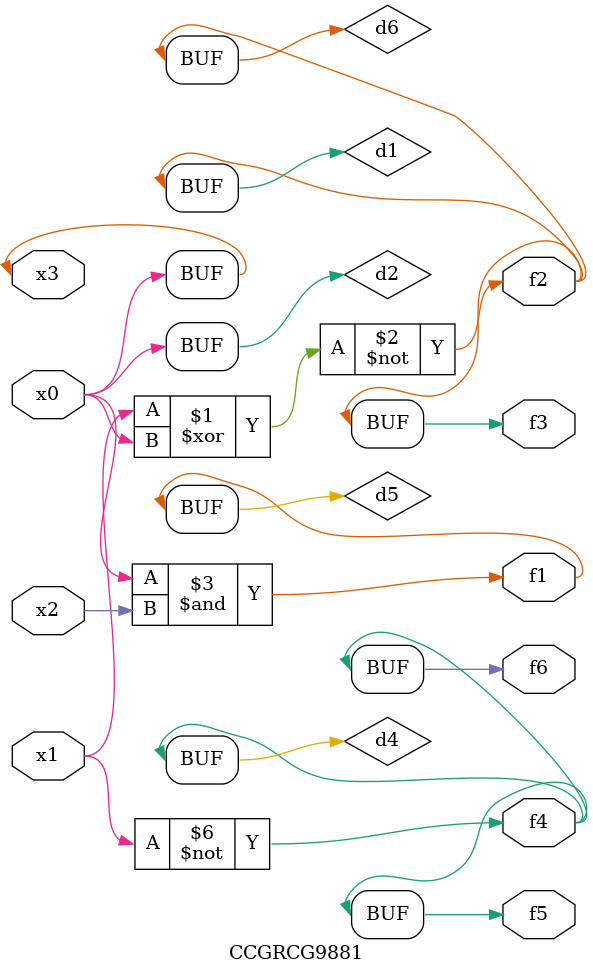
<source format=v>
module CCGRCG9881(
	input x0, x1, x2, x3,
	output f1, f2, f3, f4, f5, f6
);

	wire d1, d2, d3, d4, d5, d6;

	xnor (d1, x1, x3);
	buf (d2, x0, x3);
	nand (d3, x0, x2);
	not (d4, x1);
	nand (d5, d3);
	or (d6, d1);
	assign f1 = d5;
	assign f2 = d6;
	assign f3 = d6;
	assign f4 = d4;
	assign f5 = d4;
	assign f6 = d4;
endmodule

</source>
